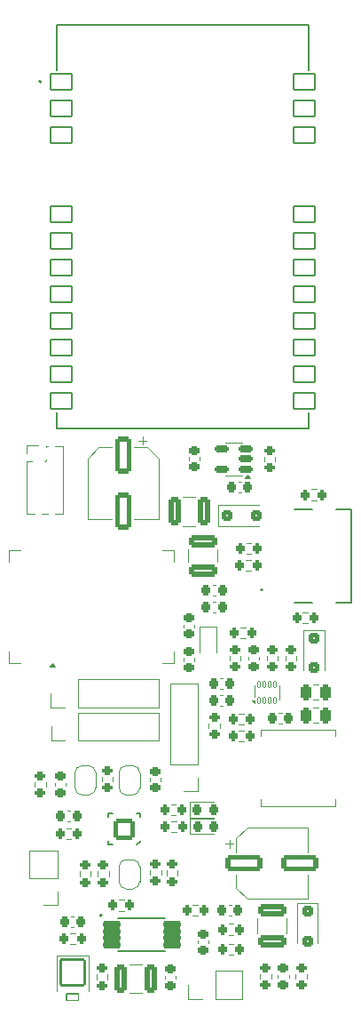
<source format=gbr>
%TF.GenerationSoftware,KiCad,Pcbnew,8.0.4*%
%TF.CreationDate,2024-11-03T02:00:12+08:00*%
%TF.ProjectId,MeshtasticStick,4d657368-7461-4737-9469-63537469636b,rev?*%
%TF.SameCoordinates,Original*%
%TF.FileFunction,Legend,Top*%
%TF.FilePolarity,Positive*%
%FSLAX46Y46*%
G04 Gerber Fmt 4.6, Leading zero omitted, Abs format (unit mm)*
G04 Created by KiCad (PCBNEW 8.0.4) date 2024-11-03 02:00:12*
%MOMM*%
%LPD*%
G01*
G04 APERTURE LIST*
G04 Aperture macros list*
%AMRoundRect*
0 Rectangle with rounded corners*
0 $1 Rounding radius*
0 $2 $3 $4 $5 $6 $7 $8 $9 X,Y pos of 4 corners*
0 Add a 4 corners polygon primitive as box body*
4,1,4,$2,$3,$4,$5,$6,$7,$8,$9,$2,$3,0*
0 Add four circle primitives for the rounded corners*
1,1,$1+$1,$2,$3*
1,1,$1+$1,$4,$5*
1,1,$1+$1,$6,$7*
1,1,$1+$1,$8,$9*
0 Add four rect primitives between the rounded corners*
20,1,$1+$1,$2,$3,$4,$5,0*
20,1,$1+$1,$4,$5,$6,$7,0*
20,1,$1+$1,$6,$7,$8,$9,0*
20,1,$1+$1,$8,$9,$2,$3,0*%
%AMFreePoly0*
4,1,19,0.500000,-0.750000,0.000000,-0.750000,0.000000,-0.744911,-0.071157,-0.744911,-0.207708,-0.704816,-0.327430,-0.627875,-0.420627,-0.520320,-0.479746,-0.390866,-0.500000,-0.250000,-0.500000,0.250000,-0.479746,0.390866,-0.420627,0.520320,-0.327430,0.627875,-0.207708,0.704816,-0.071157,0.744911,0.000000,0.744911,0.000000,0.750000,0.500000,0.750000,0.500000,-0.750000,0.500000,-0.750000,
$1*%
%AMFreePoly1*
4,1,19,0.000000,0.744911,0.071157,0.744911,0.207708,0.704816,0.327430,0.627875,0.420627,0.520320,0.479746,0.390866,0.500000,0.250000,0.500000,-0.250000,0.479746,-0.390866,0.420627,-0.520320,0.327430,-0.627875,0.207708,-0.704816,0.071157,-0.744911,0.000000,-0.744911,0.000000,-0.750000,-0.500000,-0.750000,-0.500000,0.750000,0.000000,0.750000,0.000000,0.744911,0.000000,0.744911,
$1*%
G04 Aperture macros list end*
%ADD10C,0.120000*%
%ADD11C,0.127000*%
%ADD12C,0.200000*%
%ADD13C,0.010000*%
%ADD14RoundRect,0.200000X0.275000X-0.200000X0.275000X0.200000X-0.275000X0.200000X-0.275000X-0.200000X0*%
%ADD15RoundRect,0.225000X0.225000X0.250000X-0.225000X0.250000X-0.225000X-0.250000X0.225000X-0.250000X0*%
%ADD16RoundRect,0.225000X-0.225000X-0.250000X0.225000X-0.250000X0.225000X0.250000X-0.225000X0.250000X0*%
%ADD17RoundRect,0.200000X-0.200000X-0.275000X0.200000X-0.275000X0.200000X0.275000X-0.200000X0.275000X0*%
%ADD18RoundRect,0.225000X0.250000X-0.225000X0.250000X0.225000X-0.250000X0.225000X-0.250000X-0.225000X0*%
%ADD19RoundRect,0.250000X-0.250000X-0.475000X0.250000X-0.475000X0.250000X0.475000X-0.250000X0.475000X0*%
%ADD20RoundRect,0.200000X0.200000X0.275000X-0.200000X0.275000X-0.200000X-0.275000X0.200000X-0.275000X0*%
%ADD21RoundRect,0.050000X0.100000X-0.285000X0.100000X0.285000X-0.100000X0.285000X-0.100000X-0.285000X0*%
%ADD22C,0.600000*%
%ADD23O,2.204000X1.104000*%
%ADD24O,1.904000X1.104000*%
%ADD25RoundRect,0.250000X1.075000X-0.375000X1.075000X0.375000X-1.075000X0.375000X-1.075000X-0.375000X0*%
%ADD26R,1.430000X5.500000*%
%ADD27RoundRect,0.225000X-0.250000X0.225000X-0.250000X-0.225000X0.250000X-0.225000X0.250000X0.225000X0*%
%ADD28RoundRect,0.250000X-1.075000X0.312500X-1.075000X-0.312500X1.075000X-0.312500X1.075000X0.312500X0*%
%ADD29RoundRect,0.250000X-0.300000X0.300000X-0.300000X-0.300000X0.300000X-0.300000X0.300000X0.300000X0*%
%ADD30RoundRect,0.250000X0.375000X1.075000X-0.375000X1.075000X-0.375000X-1.075000X0.375000X-1.075000X0*%
%ADD31R,1.700000X1.700000*%
%ADD32O,1.700000X1.700000*%
%ADD33R,1.000000X1.000000*%
%ADD34O,1.000000X1.000000*%
%ADD35O,1.054000X0.504000*%
%ADD36O,0.504000X1.054000*%
%ADD37RoundRect,0.195400X0.781600X0.781600X-0.781600X0.781600X-0.781600X-0.781600X0.781600X-0.781600X0*%
%ADD38RoundRect,0.102000X1.040000X0.755000X-1.040000X0.755000X-1.040000X-0.755000X1.040000X-0.755000X0*%
%ADD39RoundRect,0.153500X-0.728500X-0.153500X0.728500X-0.153500X0.728500X0.153500X-0.728500X0.153500X0*%
%ADD40RoundRect,0.218750X-0.218750X-0.256250X0.218750X-0.256250X0.218750X0.256250X-0.218750X0.256250X0*%
%ADD41FreePoly0,270.000000*%
%ADD42FreePoly1,270.000000*%
%ADD43RoundRect,0.200000X-0.275000X0.200000X-0.275000X-0.200000X0.275000X-0.200000X0.275000X0.200000X0*%
%ADD44RoundRect,0.250000X-0.300000X-0.300000X0.300000X-0.300000X0.300000X0.300000X-0.300000X0.300000X0*%
%ADD45R,1.100000X0.600000*%
%ADD46RoundRect,0.127000X-1.143000X1.208000X-1.143000X-1.208000X1.143000X-1.208000X1.143000X1.208000X0*%
%ADD47RoundRect,0.076200X-0.558800X0.304800X-0.558800X-0.304800X0.558800X-0.304800X0.558800X0.304800X0*%
%ADD48RoundRect,0.150000X0.512500X0.150000X-0.512500X0.150000X-0.512500X-0.150000X0.512500X-0.150000X0*%
%ADD49R,0.400000X0.600000*%
%ADD50R,0.600000X0.400000*%
%ADD51RoundRect,0.250000X-0.550000X1.500000X-0.550000X-1.500000X0.550000X-1.500000X0.550000X1.500000X0*%
%ADD52RoundRect,0.250000X-1.500000X-0.550000X1.500000X-0.550000X1.500000X0.550000X-1.500000X0.550000X0*%
%ADD53FreePoly0,90.000000*%
%ADD54FreePoly1,90.000000*%
G04 APERTURE END LIST*
D10*
%TO.C,R11*%
X148177500Y-159912258D02*
X148177500Y-159437742D01*
X149222500Y-159912258D02*
X149222500Y-159437742D01*
%TO.C,C6*%
X130415580Y-153990000D02*
X130134420Y-153990000D01*
X130415580Y-155010000D02*
X130134420Y-155010000D01*
%TO.C,C4*%
X143659420Y-122390000D02*
X143940580Y-122390000D01*
X143659420Y-123410000D02*
X143940580Y-123410000D01*
%TO.C,R5*%
X145162742Y-156577500D02*
X145637258Y-156577500D01*
X145162742Y-157622500D02*
X145637258Y-157622500D01*
%TO.C,C3*%
X142195000Y-156540580D02*
X142195000Y-156259420D01*
X143215000Y-156540580D02*
X143215000Y-156259420D01*
%TO.C,C14*%
X128590000Y-141540580D02*
X128590000Y-141259420D01*
X129610000Y-141540580D02*
X129610000Y-141259420D01*
%TO.C,C19*%
X153238748Y-134065000D02*
X153761252Y-134065000D01*
X153238748Y-135535000D02*
X153761252Y-135535000D01*
%TO.C,R16*%
X137677500Y-150012258D02*
X137677500Y-149537742D01*
X138722500Y-150012258D02*
X138722500Y-149537742D01*
%TO.C,C22*%
X139095000Y-159915580D02*
X139095000Y-159634420D01*
X140115000Y-159915580D02*
X140115000Y-159634420D01*
%TO.C,R26*%
X146637258Y-134677500D02*
X146162742Y-134677500D01*
X146637258Y-135722500D02*
X146162742Y-135722500D01*
%TO.C,R2*%
X152262742Y-124977500D02*
X152737258Y-124977500D01*
X152262742Y-126022500D02*
X152737258Y-126022500D01*
%TO.C,C9*%
X140890000Y-126440580D02*
X140890000Y-126159420D01*
X141910000Y-126440580D02*
X141910000Y-126159420D01*
%TO.C,U6*%
X147690000Y-131990000D02*
X147690000Y-133040000D01*
X150010000Y-131990000D02*
X150010000Y-133290000D01*
X147690000Y-133680000D02*
X147410000Y-133400000D01*
X147690000Y-133400000D01*
X147690000Y-133680000D01*
G36*
X147690000Y-133680000D02*
G01*
X147410000Y-133400000D01*
X147690000Y-133400000D01*
X147690000Y-133680000D01*
G37*
D11*
%TO.C,J1*%
X151455000Y-115182400D02*
X153135000Y-115182400D01*
X151455000Y-124122400D02*
X153135000Y-124122400D01*
X156905000Y-115182400D02*
X155475000Y-115182400D01*
X156905000Y-124122400D02*
X155475000Y-124122400D01*
X156905000Y-124122400D02*
X156905000Y-115182400D01*
D12*
X148405000Y-122852400D02*
G75*
G02*
X148205000Y-122852400I-100000J0D01*
G01*
X148205000Y-122852400D02*
G75*
G02*
X148405000Y-122852400I100000J0D01*
G01*
D10*
%TO.C,L1*%
X141340000Y-120202064D02*
X141340000Y-118997936D01*
X144060000Y-120202064D02*
X144060000Y-118997936D01*
%TO.C,R20*%
X142237258Y-152877500D02*
X141762742Y-152877500D01*
X142237258Y-153922500D02*
X141762742Y-153922500D01*
%TO.C,L3*%
X148260000Y-136160000D02*
X148260000Y-136790000D01*
X148260000Y-136160000D02*
X155340000Y-136160000D01*
X148260000Y-143440000D02*
X148260000Y-142810000D01*
X148260000Y-143440000D02*
X155340000Y-143440000D01*
X155340000Y-136160000D02*
X155340000Y-136790000D01*
X155340000Y-143440000D02*
X155340000Y-142810000D01*
%TO.C,R15*%
X133077500Y-141137258D02*
X133077500Y-140662742D01*
X134122500Y-141137258D02*
X134122500Y-140662742D01*
%TO.C,C10*%
X140890000Y-129359420D02*
X140890000Y-129640580D01*
X141910000Y-129359420D02*
X141910000Y-129640580D01*
%TO.C,R8*%
X147945000Y-154138763D02*
X147945000Y-155586237D01*
X150655000Y-154138763D02*
X150655000Y-155586237D01*
%TO.C,R27*%
X146770590Y-126452500D02*
X146296074Y-126452500D01*
X146770590Y-127497500D02*
X146296074Y-127497500D01*
%TO.C,C21*%
X147056666Y-129515580D02*
X147056666Y-129234420D01*
X148076666Y-129515580D02*
X148076666Y-129234420D01*
%TO.C,D3*%
X152300000Y-126690000D02*
X152300000Y-130550000D01*
X154300000Y-126690000D02*
X152300000Y-126690000D01*
X154300000Y-126690000D02*
X154300000Y-130550000D01*
%TO.C,F1*%
X142002064Y-114040000D02*
X140797936Y-114040000D01*
X142002064Y-116760000D02*
X140797936Y-116760000D01*
%TO.C,J4*%
X128220000Y-137220000D02*
X128220000Y-135890000D01*
X129550000Y-137220000D02*
X128220000Y-137220000D01*
X130820000Y-134560000D02*
X138500000Y-134560000D01*
X130820000Y-137220000D02*
X130820000Y-134560000D01*
X130820000Y-137220000D02*
X138500000Y-137220000D01*
X138500000Y-137220000D02*
X138500000Y-134560000D01*
%TO.C,R13*%
X147337258Y-118377500D02*
X146862742Y-118377500D01*
X147337258Y-119422500D02*
X146862742Y-119422500D01*
%TO.C,J2*%
X125870000Y-109095000D02*
X127000000Y-109095000D01*
X125870000Y-109855000D02*
X125870000Y-109095000D01*
X125870000Y-110615000D02*
X125870000Y-115630000D01*
X125870000Y-110615000D02*
X126436529Y-110615000D01*
X125870000Y-115630000D02*
X126692470Y-115630000D01*
X127307530Y-115630000D02*
X127962470Y-115630000D01*
X127563471Y-110615000D02*
X127706529Y-110615000D01*
X127760000Y-109160000D02*
X127962470Y-109160000D01*
X127760000Y-109291529D02*
X127760000Y-109160000D01*
X127760000Y-110561529D02*
X127760000Y-110418471D01*
X128577530Y-109160000D02*
X129400000Y-109160000D01*
X128577530Y-115630000D02*
X129400000Y-115630000D01*
X129400000Y-109160000D02*
X129400000Y-115630000D01*
%TO.C,C17*%
X144640580Y-131290000D02*
X144359420Y-131290000D01*
X144640580Y-132310000D02*
X144359420Y-132310000D01*
%TO.C,R18*%
X139277500Y-150062258D02*
X139277500Y-149587742D01*
X140322500Y-150062258D02*
X140322500Y-149587742D01*
%TO.C,R21*%
X132677500Y-150162258D02*
X132677500Y-149687742D01*
X133722500Y-150162258D02*
X133722500Y-149687742D01*
D11*
%TO.C,U5*%
X133720000Y-144150000D02*
X134070000Y-144150000D01*
X133720000Y-144500000D02*
X133720000Y-144150000D01*
X133720000Y-147150000D02*
X133720000Y-146800000D01*
X134070000Y-147150000D02*
X133720000Y-147150000D01*
X136420000Y-147150000D02*
X136370000Y-147150000D01*
X136720000Y-144150000D02*
X136370000Y-144150000D01*
X136720000Y-144500000D02*
X136720000Y-144150000D01*
X136720000Y-146800000D02*
X136720000Y-146850000D01*
X136720000Y-146850000D02*
X136420000Y-147150000D01*
D10*
%TO.C,C20*%
X153238748Y-131865000D02*
X153761252Y-131865000D01*
X153238748Y-133335000D02*
X153761252Y-133335000D01*
%TO.C,R29*%
X140162258Y-144877500D02*
X139687742Y-144877500D01*
X140162258Y-145922500D02*
X139687742Y-145922500D01*
%TO.C,R23*%
X150577500Y-129612258D02*
X150577500Y-129137742D01*
X151622500Y-129612258D02*
X151622500Y-129137742D01*
D11*
%TO.C,U3*%
X128792200Y-69015000D02*
X128792200Y-73370000D01*
X128792200Y-69015000D02*
X152792200Y-69015000D01*
X128792200Y-107515000D02*
X128792200Y-105980000D01*
X152792200Y-69015000D02*
X152792200Y-73370000D01*
X152792200Y-105980000D02*
X152792200Y-107515000D01*
X152792200Y-107515000D02*
X128792200Y-107515000D01*
D12*
X127277200Y-74445000D02*
G75*
G02*
X127077200Y-74445000I-100000J0D01*
G01*
X127077200Y-74445000D02*
G75*
G02*
X127277200Y-74445000I100000J0D01*
G01*
D10*
%TO.C,R17*%
X130977500Y-150162258D02*
X130977500Y-149687742D01*
X132022500Y-150162258D02*
X132022500Y-149687742D01*
%TO.C,J3*%
X128210000Y-134045000D02*
X128210000Y-132715000D01*
X129540000Y-134045000D02*
X128210000Y-134045000D01*
X130810000Y-131385000D02*
X138490000Y-131385000D01*
X130810000Y-134045000D02*
X130810000Y-131385000D01*
X130810000Y-134045000D02*
X138490000Y-134045000D01*
X138490000Y-134045000D02*
X138490000Y-131385000D01*
D11*
%TO.C,U2*%
X134638402Y-157268402D02*
X139138402Y-157268402D01*
X139138402Y-154168402D02*
X134638402Y-154168402D01*
D12*
X133100205Y-153868402D02*
G75*
G02*
X132876599Y-153868402I-111803J0D01*
G01*
X132876599Y-153868402D02*
G75*
G02*
X133100205Y-153868402I111803J0D01*
G01*
D10*
%TO.C,R30*%
X143277500Y-136037258D02*
X143277500Y-135562742D01*
X144322500Y-136037258D02*
X144322500Y-135562742D01*
%TO.C,R3*%
X153062742Y-113277500D02*
X153537258Y-113277500D01*
X153062742Y-114322500D02*
X153537258Y-114322500D01*
%TO.C,D4*%
X141490000Y-143065000D02*
X141490000Y-144535000D01*
X141490000Y-144535000D02*
X143775000Y-144535000D01*
X143775000Y-143065000D02*
X141490000Y-143065000D01*
%TO.C,R14*%
X129662742Y-145577500D02*
X130137258Y-145577500D01*
X129662742Y-146622500D02*
X130137258Y-146622500D01*
%TO.C,JP2*%
X134700000Y-141700000D02*
X134700000Y-140300000D01*
X135400000Y-139600000D02*
X136000000Y-139600000D01*
X136000000Y-142400000D02*
X135400000Y-142400000D01*
X136700000Y-140300000D02*
X136700000Y-141700000D01*
X134700000Y-140300000D02*
G75*
G02*
X135400000Y-139600000I699999J1D01*
G01*
X135400000Y-142400000D02*
G75*
G02*
X134700000Y-141700000I0J700000D01*
G01*
X136000000Y-139600000D02*
G75*
G02*
X136700000Y-140300000I1J-699999D01*
G01*
X136700000Y-141700000D02*
G75*
G02*
X136000000Y-142400000I-700000J0D01*
G01*
%TO.C,R24*%
X145277500Y-129137742D02*
X145277500Y-129612258D01*
X146322500Y-129137742D02*
X146322500Y-129612258D01*
%TO.C,C2*%
X146365580Y-112590000D02*
X146084420Y-112590000D01*
X146365580Y-113610000D02*
X146084420Y-113610000D01*
%TO.C,R10*%
X151577500Y-159437742D02*
X151577500Y-159912258D01*
X152622500Y-159437742D02*
X152622500Y-159912258D01*
%TO.C,C11*%
X149890000Y-159534420D02*
X149890000Y-159815580D01*
X150910000Y-159534420D02*
X150910000Y-159815580D01*
%TO.C,J6*%
X139570000Y-139470000D02*
X139570000Y-131790000D01*
X142230000Y-131790000D02*
X139570000Y-131790000D01*
X142230000Y-139470000D02*
X139570000Y-139470000D01*
X142230000Y-139470000D02*
X142230000Y-131790000D01*
X142230000Y-140740000D02*
X142230000Y-142070000D01*
X142230000Y-142070000D02*
X140900000Y-142070000D01*
%TO.C,R25*%
X148810832Y-129137742D02*
X148810832Y-129612258D01*
X149855832Y-129137742D02*
X149855832Y-129612258D01*
%TO.C,D1*%
X144190000Y-114800000D02*
X144190000Y-116800000D01*
X144190000Y-114800000D02*
X148050000Y-114800000D01*
X144190000Y-116800000D02*
X148050000Y-116800000D01*
%TO.C,R4*%
X145162742Y-154677500D02*
X145637258Y-154677500D01*
X145162742Y-155722500D02*
X145637258Y-155722500D01*
%TO.C,Y1*%
X142400000Y-126400000D02*
X142400000Y-128800000D01*
X144000000Y-126400000D02*
X142400000Y-126400000D01*
X144000000Y-128800000D02*
X144000000Y-126400000D01*
%TO.C,C15*%
X130040580Y-143890000D02*
X129759420Y-143890000D01*
X130040580Y-144910000D02*
X129759420Y-144910000D01*
%TO.C,R19*%
X126677500Y-141162742D02*
X126677500Y-141637258D01*
X127722500Y-141162742D02*
X127722500Y-141637258D01*
%TO.C,C1*%
X141390000Y-110515580D02*
X141390000Y-110234420D01*
X142410000Y-110515580D02*
X142410000Y-110234420D01*
%TO.C,R1*%
X148577500Y-110637258D02*
X148577500Y-110162742D01*
X149622500Y-110637258D02*
X149622500Y-110162742D01*
%TO.C,L2*%
X136907064Y-158540000D02*
X135702936Y-158540000D01*
X136907064Y-161260000D02*
X135702936Y-161260000D01*
%TO.C,JP3*%
X130500000Y-141700000D02*
X130500000Y-140300000D01*
X131200000Y-139600000D02*
X131800000Y-139600000D01*
X131800000Y-142400000D02*
X131200000Y-142400000D01*
X132500000Y-140300000D02*
X132500000Y-141700000D01*
X130500000Y-140300000D02*
G75*
G02*
X131200000Y-139600000I699999J1D01*
G01*
X131200000Y-142400000D02*
G75*
G02*
X130500000Y-141700000I0J700000D01*
G01*
X131800000Y-139600000D02*
G75*
G02*
X132500000Y-140300000I1J-699999D01*
G01*
X132500000Y-141700000D02*
G75*
G02*
X131800000Y-142400000I-700000J0D01*
G01*
%TO.C,R12*%
X147312258Y-119977500D02*
X146837742Y-119977500D01*
X147312258Y-121022500D02*
X146837742Y-121022500D01*
%TO.C,J5*%
X141295000Y-161830000D02*
X141295000Y-160500000D01*
X142625000Y-161830000D02*
X141295000Y-161830000D01*
X143895000Y-159170000D02*
X146495000Y-159170000D01*
X143895000Y-161830000D02*
X143895000Y-159170000D01*
X143895000Y-161830000D02*
X146495000Y-161830000D01*
X146495000Y-161830000D02*
X146495000Y-159170000D01*
%TO.C,R9*%
X135162258Y-152377500D02*
X134687742Y-152377500D01*
X135162258Y-153422500D02*
X134687742Y-153422500D01*
%TO.C,C13*%
X137666000Y-141080580D02*
X137666000Y-140799420D01*
X138686000Y-141080580D02*
X138686000Y-140799420D01*
%TO.C,R22*%
X146162742Y-136277500D02*
X146637258Y-136277500D01*
X146162742Y-137322500D02*
X146637258Y-137322500D01*
%TO.C,D2*%
X128770000Y-157711500D02*
X128770000Y-161111500D01*
X131830000Y-157711500D02*
X128770000Y-157711500D01*
X131830000Y-157711500D02*
X131830000Y-161111500D01*
%TO.C,R6*%
X132582500Y-159962258D02*
X132582500Y-159487742D01*
X133627500Y-159962258D02*
X133627500Y-159487742D01*
%TO.C,C18*%
X144640580Y-132890000D02*
X144359420Y-132890000D01*
X144640580Y-133910000D02*
X144359420Y-133910000D01*
%TO.C,U1*%
X145662500Y-108840000D02*
X144862500Y-108840000D01*
X145662500Y-108840000D02*
X146462500Y-108840000D01*
X145662500Y-111960000D02*
X144862500Y-111960000D01*
X145662500Y-111960000D02*
X146462500Y-111960000D01*
X147202500Y-112240000D02*
X146722500Y-112240000D01*
X146962500Y-111910000D01*
X147202500Y-112240000D01*
G36*
X147202500Y-112240000D02*
G01*
X146722500Y-112240000D01*
X146962500Y-111910000D01*
X147202500Y-112240000D01*
G37*
%TO.C,C8*%
X145440580Y-152890000D02*
X145159420Y-152890000D01*
X145440580Y-153910000D02*
X145159420Y-153910000D01*
%TO.C,U4*%
X124230000Y-119110000D02*
X125330000Y-119110000D01*
X124230000Y-120210000D02*
X124230000Y-119110000D01*
X124230000Y-128710000D02*
X124230000Y-129810000D01*
X124230000Y-129810000D02*
X125330000Y-129810000D01*
X138830000Y-119110000D02*
X139930000Y-119110000D01*
X138830000Y-129810000D02*
X139930000Y-129810000D01*
X139930000Y-119110000D02*
X139930000Y-120210000D01*
X139930000Y-129810000D02*
X139930000Y-128710000D01*
X128570000Y-130171000D02*
X128090000Y-130171000D01*
X128330000Y-129835000D01*
X128570000Y-130171000D01*
G36*
X128570000Y-130171000D02*
G01*
X128090000Y-130171000D01*
X128330000Y-129835000D01*
X128570000Y-130171000D01*
G37*
%TO.C,C7*%
X131690000Y-110354437D02*
X131690000Y-116110000D01*
X131690000Y-116110000D02*
X134040000Y-116110000D01*
X132754437Y-109290000D02*
X131690000Y-110354437D01*
X132754437Y-109290000D02*
X134040000Y-109290000D01*
X136947500Y-108262500D02*
X136947500Y-109050000D01*
X137341250Y-108656250D02*
X136553750Y-108656250D01*
X137445563Y-109290000D02*
X136160000Y-109290000D01*
X137445563Y-109290000D02*
X138510000Y-110354437D01*
X138510000Y-110354437D02*
X138510000Y-116110000D01*
X138510000Y-116110000D02*
X136160000Y-116110000D01*
%TO.C,C5*%
X143659420Y-123990000D02*
X143940580Y-123990000D01*
X143659420Y-125010000D02*
X143940580Y-125010000D01*
%TO.C,D5*%
X141502500Y-144665000D02*
X141502500Y-146135000D01*
X141502500Y-146135000D02*
X143787500Y-146135000D01*
X143787500Y-144665000D02*
X141502500Y-144665000D01*
%TO.C,BT1*%
X126170000Y-150305000D02*
X126170000Y-147705000D01*
X128830000Y-147705000D02*
X126170000Y-147705000D01*
X128830000Y-150305000D02*
X126170000Y-150305000D01*
X128830000Y-150305000D02*
X128830000Y-147705000D01*
X128830000Y-151575000D02*
X128830000Y-152905000D01*
X128830000Y-152905000D02*
X127500000Y-152905000D01*
%TO.C,C12*%
X144862500Y-147052500D02*
X145650000Y-147052500D01*
X145256250Y-146658750D02*
X145256250Y-147446250D01*
X145890000Y-146554437D02*
X145890000Y-147840000D01*
X145890000Y-146554437D02*
X146954437Y-145490000D01*
X145890000Y-151245563D02*
X145890000Y-149960000D01*
X145890000Y-151245563D02*
X146954437Y-152310000D01*
X146954437Y-145490000D02*
X152710000Y-145490000D01*
X146954437Y-152310000D02*
X152710000Y-152310000D01*
X152710000Y-145490000D02*
X152710000Y-147840000D01*
X152710000Y-152310000D02*
X152710000Y-149960000D01*
%TO.C,D6*%
X151700000Y-152690000D02*
X151700000Y-156550000D01*
X153700000Y-152690000D02*
X151700000Y-152690000D01*
X153700000Y-152690000D02*
X153700000Y-156550000D01*
%TO.C,C16*%
X150240580Y-134590000D02*
X149959420Y-134590000D01*
X150240580Y-135610000D02*
X149959420Y-135610000D01*
%TO.C,R28*%
X140137258Y-143277500D02*
X139662742Y-143277500D01*
X140137258Y-144322500D02*
X139662742Y-144322500D01*
%TO.C,JP4*%
X134700000Y-150650000D02*
X134700000Y-149250000D01*
X135400000Y-148550000D02*
X136000000Y-148550000D01*
X136000000Y-151350000D02*
X135400000Y-151350000D01*
X136700000Y-149250000D02*
X136700000Y-150650000D01*
X134700000Y-149250000D02*
G75*
G02*
X135400000Y-148550000I700000J0D01*
G01*
X135400000Y-151350000D02*
G75*
G02*
X134700000Y-150650000I-1J699999D01*
G01*
X136000000Y-148550000D02*
G75*
G02*
X136700000Y-149250000I0J-700000D01*
G01*
X136700000Y-150650000D02*
G75*
G02*
X136000000Y-151350000I-699999J-1D01*
G01*
%TO.C,R7*%
X130537258Y-155577500D02*
X130062742Y-155577500D01*
X130537258Y-156622500D02*
X130062742Y-156622500D01*
%TD*%
%LPC*%
D13*
%TO.C,J1*%
X150175000Y-116802400D02*
X148935000Y-116802400D01*
X148935000Y-116102400D01*
X150175000Y-116102400D01*
X150175000Y-116802400D01*
G36*
X150175000Y-116802400D02*
G01*
X148935000Y-116802400D01*
X148935000Y-116102400D01*
X150175000Y-116102400D01*
X150175000Y-116802400D01*
G37*
X150175000Y-117602400D02*
X148935000Y-117602400D01*
X148935000Y-116902400D01*
X150175000Y-116902400D01*
X150175000Y-117602400D01*
G36*
X150175000Y-117602400D02*
G01*
X148935000Y-117602400D01*
X148935000Y-116902400D01*
X150175000Y-116902400D01*
X150175000Y-117602400D01*
G37*
X150175000Y-118102400D02*
X148935000Y-118102400D01*
X148935000Y-117702400D01*
X150175000Y-117702400D01*
X150175000Y-118102400D01*
G36*
X150175000Y-118102400D02*
G01*
X148935000Y-118102400D01*
X148935000Y-117702400D01*
X150175000Y-117702400D01*
X150175000Y-118102400D01*
G37*
X150175000Y-118602400D02*
X148935000Y-118602400D01*
X148935000Y-118202400D01*
X150175000Y-118202400D01*
X150175000Y-118602400D01*
G36*
X150175000Y-118602400D02*
G01*
X148935000Y-118602400D01*
X148935000Y-118202400D01*
X150175000Y-118202400D01*
X150175000Y-118602400D01*
G37*
X150175000Y-119102400D02*
X148935000Y-119102400D01*
X148935000Y-118702400D01*
X150175000Y-118702400D01*
X150175000Y-119102400D01*
G36*
X150175000Y-119102400D02*
G01*
X148935000Y-119102400D01*
X148935000Y-118702400D01*
X150175000Y-118702400D01*
X150175000Y-119102400D01*
G37*
X150175000Y-119602400D02*
X148935000Y-119602400D01*
X148935000Y-119202400D01*
X150175000Y-119202400D01*
X150175000Y-119602400D01*
G36*
X150175000Y-119602400D02*
G01*
X148935000Y-119602400D01*
X148935000Y-119202400D01*
X150175000Y-119202400D01*
X150175000Y-119602400D01*
G37*
X150175000Y-120102400D02*
X148935000Y-120102400D01*
X148935000Y-119702400D01*
X150175000Y-119702400D01*
X150175000Y-120102400D01*
G36*
X150175000Y-120102400D02*
G01*
X148935000Y-120102400D01*
X148935000Y-119702400D01*
X150175000Y-119702400D01*
X150175000Y-120102400D01*
G37*
X150175000Y-120602400D02*
X148935000Y-120602400D01*
X148935000Y-120202400D01*
X150175000Y-120202400D01*
X150175000Y-120602400D01*
G36*
X150175000Y-120602400D02*
G01*
X148935000Y-120602400D01*
X148935000Y-120202400D01*
X150175000Y-120202400D01*
X150175000Y-120602400D01*
G37*
X150175000Y-121102400D02*
X148935000Y-121102400D01*
X148935000Y-120702400D01*
X150175000Y-120702400D01*
X150175000Y-121102400D01*
G36*
X150175000Y-121102400D02*
G01*
X148935000Y-121102400D01*
X148935000Y-120702400D01*
X150175000Y-120702400D01*
X150175000Y-121102400D01*
G37*
X150175000Y-121602400D02*
X148935000Y-121602400D01*
X148935000Y-121202400D01*
X150175000Y-121202400D01*
X150175000Y-121602400D01*
G36*
X150175000Y-121602400D02*
G01*
X148935000Y-121602400D01*
X148935000Y-121202400D01*
X150175000Y-121202400D01*
X150175000Y-121602400D01*
G37*
X150175000Y-122402400D02*
X148935000Y-122402400D01*
X148935000Y-121702400D01*
X150175000Y-121702400D01*
X150175000Y-122402400D01*
G36*
X150175000Y-122402400D02*
G01*
X148935000Y-122402400D01*
X148935000Y-121702400D01*
X150175000Y-121702400D01*
X150175000Y-122402400D01*
G37*
X150175000Y-123202400D02*
X148935000Y-123202400D01*
X148935000Y-122502400D01*
X150175000Y-122502400D01*
X150175000Y-123202400D01*
G36*
X150175000Y-123202400D02*
G01*
X148935000Y-123202400D01*
X148935000Y-122502400D01*
X150175000Y-122502400D01*
X150175000Y-123202400D01*
G37*
%TD*%
D14*
%TO.C,R11*%
X148700000Y-160500000D03*
X148700000Y-158850000D03*
%TD*%
D15*
%TO.C,C6*%
X131050000Y-154500000D03*
X129500000Y-154500000D03*
%TD*%
D16*
%TO.C,C4*%
X143025000Y-122900000D03*
X144575000Y-122900000D03*
%TD*%
D17*
%TO.C,R5*%
X144575000Y-157100000D03*
X146225000Y-157100000D03*
%TD*%
D18*
%TO.C,C3*%
X142705000Y-157175000D03*
X142705000Y-155625000D03*
%TD*%
%TO.C,C14*%
X129100000Y-142175000D03*
X129100000Y-140625000D03*
%TD*%
D19*
%TO.C,C19*%
X152550000Y-134800000D03*
X154450000Y-134800000D03*
%TD*%
D14*
%TO.C,R16*%
X138200000Y-150600000D03*
X138200000Y-148950000D03*
%TD*%
D18*
%TO.C,C22*%
X139605000Y-160550000D03*
X139605000Y-159000000D03*
%TD*%
D20*
%TO.C,R26*%
X147225000Y-135200000D03*
X145575000Y-135200000D03*
%TD*%
D17*
%TO.C,R2*%
X151675000Y-125500000D03*
X153325000Y-125500000D03*
%TD*%
D18*
%TO.C,C9*%
X141400000Y-127075000D03*
X141400000Y-125525000D03*
%TD*%
D21*
%TO.C,U6*%
X148100000Y-133380000D03*
X148600000Y-133380000D03*
X149100000Y-133380000D03*
X149600000Y-133380000D03*
X149600000Y-131900000D03*
X149100000Y-131900000D03*
X148600000Y-131900000D03*
X148100000Y-131900000D03*
%TD*%
D22*
%TO.C,J1*%
X150625000Y-122542400D03*
X150625000Y-116762400D03*
D23*
X150135000Y-123977400D03*
X150135000Y-115327400D03*
D24*
X154305000Y-123977400D03*
X154305000Y-115327400D03*
%TD*%
D25*
%TO.C,L1*%
X142700000Y-121000000D03*
X142700000Y-118200000D03*
%TD*%
D20*
%TO.C,R20*%
X142825000Y-153400000D03*
X141175000Y-153400000D03*
%TD*%
D26*
%TO.C,L3*%
X149780000Y-139800000D03*
X153820000Y-139800000D03*
%TD*%
D14*
%TO.C,R15*%
X133600000Y-141725000D03*
X133600000Y-140075000D03*
%TD*%
D27*
%TO.C,C10*%
X141400000Y-128725000D03*
X141400000Y-130275000D03*
%TD*%
D28*
%TO.C,R8*%
X149300000Y-153400000D03*
X149300000Y-156325000D03*
%TD*%
D20*
%TO.C,R27*%
X147358332Y-126975000D03*
X145708332Y-126975000D03*
%TD*%
D18*
%TO.C,C21*%
X147566666Y-130150000D03*
X147566666Y-128600000D03*
%TD*%
D29*
%TO.C,D3*%
X153300000Y-127500000D03*
X153300000Y-130300000D03*
%TD*%
D30*
%TO.C,F1*%
X142800000Y-115400000D03*
X140000000Y-115400000D03*
%TD*%
D31*
%TO.C,J4*%
X129550000Y-135890000D03*
D32*
X132090000Y-135890000D03*
X134630000Y-135890000D03*
X137170000Y-135890000D03*
%TD*%
D20*
%TO.C,R13*%
X147925000Y-118900000D03*
X146275000Y-118900000D03*
%TD*%
D33*
%TO.C,J2*%
X127000000Y-109855000D03*
D34*
X128270000Y-109855000D03*
X127000000Y-111125000D03*
X128270000Y-111125000D03*
X127000000Y-112395000D03*
X128270000Y-112395000D03*
X127000000Y-113665000D03*
X128270000Y-113665000D03*
X127000000Y-114935000D03*
X128270000Y-114935000D03*
%TD*%
D15*
%TO.C,C17*%
X145275000Y-131800000D03*
X143725000Y-131800000D03*
%TD*%
D14*
%TO.C,R18*%
X139800000Y-150650000D03*
X139800000Y-149000000D03*
%TD*%
%TO.C,R21*%
X133200000Y-150750000D03*
X133200000Y-149100000D03*
%TD*%
D35*
%TO.C,U5*%
X136700000Y-146400000D03*
X136700000Y-145900000D03*
X136700000Y-145400000D03*
X136700000Y-144900000D03*
D36*
X135970000Y-144170000D03*
X135470000Y-144170000D03*
X134970000Y-144170000D03*
X134470000Y-144170000D03*
D35*
X133740000Y-144900000D03*
X133740000Y-145400000D03*
X133740000Y-145900000D03*
X133740000Y-146400000D03*
D36*
X134470000Y-147130000D03*
X134970000Y-147130000D03*
X135470000Y-147130000D03*
X135970000Y-147130000D03*
D37*
X135220000Y-145650000D03*
%TD*%
D19*
%TO.C,C20*%
X152550000Y-132600000D03*
X154450000Y-132600000D03*
%TD*%
D20*
%TO.C,R29*%
X140750000Y-145400000D03*
X139100000Y-145400000D03*
%TD*%
D14*
%TO.C,R23*%
X151100000Y-130200000D03*
X151100000Y-128550000D03*
%TD*%
D38*
%TO.C,U3*%
X129217200Y-74445000D03*
X129217200Y-76985000D03*
X129217200Y-79525000D03*
X129217200Y-87125000D03*
X129217200Y-89665000D03*
X129217200Y-92205000D03*
X129217200Y-94745000D03*
X129217200Y-97285000D03*
X129217200Y-99825000D03*
X129217200Y-102365000D03*
X129217200Y-104905000D03*
X152367200Y-104905000D03*
X152367200Y-102365000D03*
X152367200Y-99825000D03*
X152367200Y-97285000D03*
X152367200Y-94745000D03*
X152367200Y-92205000D03*
X152367200Y-89665000D03*
X152367200Y-87125000D03*
X152367200Y-79525000D03*
X152367200Y-76985000D03*
X152367200Y-74445000D03*
%TD*%
D14*
%TO.C,R17*%
X131500000Y-150750000D03*
X131500000Y-149100000D03*
%TD*%
D31*
%TO.C,J3*%
X129540000Y-132715000D03*
D32*
X132080000Y-132715000D03*
X134620000Y-132715000D03*
X137160000Y-132715000D03*
%TD*%
D39*
%TO.C,U2*%
X134008402Y-154743402D03*
X134008402Y-155393402D03*
X134008402Y-156043402D03*
X134008402Y-156693402D03*
X139768402Y-156693402D03*
X139768402Y-156043402D03*
X139768402Y-155393402D03*
X139768402Y-154743402D03*
%TD*%
D14*
%TO.C,R30*%
X143800000Y-136625000D03*
X143800000Y-134975000D03*
%TD*%
D17*
%TO.C,R3*%
X152475000Y-113800000D03*
X154125000Y-113800000D03*
%TD*%
D40*
%TO.C,D4*%
X142187500Y-143800000D03*
X143762500Y-143800000D03*
%TD*%
D17*
%TO.C,R14*%
X129075000Y-146100000D03*
X130725000Y-146100000D03*
%TD*%
D41*
%TO.C,JP2*%
X135700000Y-140350000D03*
D42*
X135700000Y-141650000D03*
%TD*%
D43*
%TO.C,R24*%
X145800000Y-128550000D03*
X145800000Y-130200000D03*
%TD*%
D15*
%TO.C,C2*%
X147000000Y-113100000D03*
X145450000Y-113100000D03*
%TD*%
D43*
%TO.C,R10*%
X152100000Y-158850000D03*
X152100000Y-160500000D03*
%TD*%
D27*
%TO.C,C11*%
X150400000Y-158900000D03*
X150400000Y-160450000D03*
%TD*%
D31*
%TO.C,J6*%
X140900000Y-140740000D03*
D32*
X140900000Y-138200000D03*
X140900000Y-135660000D03*
X140900000Y-133120000D03*
%TD*%
D43*
%TO.C,R25*%
X149333332Y-128550000D03*
X149333332Y-130200000D03*
%TD*%
D44*
%TO.C,D1*%
X145000000Y-115800000D03*
X147800000Y-115800000D03*
%TD*%
D17*
%TO.C,R4*%
X144575000Y-155200000D03*
X146225000Y-155200000D03*
%TD*%
D45*
%TO.C,Y1*%
X143200000Y-126900000D03*
X143200000Y-128300000D03*
%TD*%
D15*
%TO.C,C15*%
X130675000Y-144400000D03*
X129125000Y-144400000D03*
%TD*%
D43*
%TO.C,R19*%
X127200000Y-140575000D03*
X127200000Y-142225000D03*
%TD*%
D18*
%TO.C,C1*%
X141900000Y-111150000D03*
X141900000Y-109600000D03*
%TD*%
D14*
%TO.C,R1*%
X149100000Y-111225000D03*
X149100000Y-109575000D03*
%TD*%
D30*
%TO.C,L2*%
X137705000Y-159900000D03*
X134905000Y-159900000D03*
%TD*%
D41*
%TO.C,JP3*%
X131500000Y-140350000D03*
D42*
X131500000Y-141650000D03*
%TD*%
D20*
%TO.C,R12*%
X147900000Y-120500000D03*
X146250000Y-120500000D03*
%TD*%
D31*
%TO.C,J5*%
X142625000Y-160500000D03*
D32*
X145165000Y-160500000D03*
%TD*%
D20*
%TO.C,R9*%
X135750000Y-152900000D03*
X134100000Y-152900000D03*
%TD*%
D18*
%TO.C,C13*%
X138176000Y-141715000D03*
X138176000Y-140165000D03*
%TD*%
D17*
%TO.C,R22*%
X145575000Y-136800000D03*
X147225000Y-136800000D03*
%TD*%
D46*
%TO.C,D2*%
X130300000Y-159303000D03*
D47*
X130300000Y-161654000D03*
%TD*%
D14*
%TO.C,R6*%
X133105000Y-160550000D03*
X133105000Y-158900000D03*
%TD*%
D15*
%TO.C,C18*%
X145275000Y-133400000D03*
X143725000Y-133400000D03*
%TD*%
D48*
%TO.C,U1*%
X146800000Y-111350000D03*
X146800000Y-110400000D03*
X146800000Y-109450000D03*
X144525000Y-109450000D03*
X144525000Y-111350000D03*
%TD*%
D15*
%TO.C,C8*%
X146075000Y-153400000D03*
X144525000Y-153400000D03*
%TD*%
D49*
%TO.C,U4*%
X128330000Y-129110000D03*
X129430000Y-129110000D03*
X130230000Y-129110000D03*
X131830000Y-129110000D03*
X132230000Y-128210000D03*
X132630000Y-129110000D03*
X133030000Y-128210000D03*
X133430000Y-129110000D03*
X133830000Y-128210000D03*
X134230000Y-129110000D03*
X134630000Y-128210000D03*
X135030000Y-129110000D03*
X135430000Y-128210000D03*
X135830000Y-129110000D03*
D50*
X139230000Y-129260000D03*
X139230000Y-128460000D03*
X139230000Y-127660000D03*
X139230000Y-126860000D03*
X138330000Y-126460000D03*
X139230000Y-126060000D03*
X138330000Y-125660000D03*
X139230000Y-125260000D03*
X138330000Y-124860000D03*
X139230000Y-124460000D03*
X138330000Y-124060000D03*
X139230000Y-123660000D03*
X138330000Y-123260000D03*
X139230000Y-122860000D03*
X138330000Y-122460000D03*
X139230000Y-122060000D03*
X139230000Y-121260000D03*
X139230000Y-120460000D03*
X139230000Y-119660000D03*
D49*
X138230000Y-119810000D03*
X137430000Y-119810000D03*
X137030000Y-120710000D03*
X136630000Y-119810000D03*
X136230000Y-120710000D03*
X135830000Y-119810000D03*
X135430000Y-120710000D03*
X135030000Y-119810000D03*
X134630000Y-120710000D03*
X133830000Y-120710000D03*
X133430000Y-119810000D03*
X133030000Y-120710000D03*
X132630000Y-119810000D03*
X132230000Y-120710000D03*
X131830000Y-119810000D03*
X131430000Y-120710000D03*
X130630000Y-120710000D03*
X130230000Y-119810000D03*
X129830000Y-120710000D03*
X129430000Y-119810000D03*
X129030000Y-120710000D03*
X128330000Y-119810000D03*
D50*
X132630000Y-126460000D03*
X132630000Y-125660000D03*
X132630000Y-124860000D03*
X132630000Y-124060000D03*
X132630000Y-123260000D03*
X132630000Y-122460000D03*
%TD*%
D51*
%TO.C,C7*%
X135100000Y-110000000D03*
X135100000Y-115400000D03*
%TD*%
D16*
%TO.C,C5*%
X143025000Y-124500000D03*
X144575000Y-124500000D03*
%TD*%
D40*
%TO.C,D5*%
X142200000Y-145400000D03*
X143775000Y-145400000D03*
%TD*%
D31*
%TO.C,BT1*%
X127500000Y-151575000D03*
D32*
X127500000Y-149035000D03*
%TD*%
D52*
%TO.C,C12*%
X146600000Y-148900000D03*
X152000000Y-148900000D03*
%TD*%
D29*
%TO.C,D6*%
X152700000Y-153500000D03*
X152700000Y-156300000D03*
%TD*%
D15*
%TO.C,C16*%
X150875000Y-135100000D03*
X149325000Y-135100000D03*
%TD*%
D20*
%TO.C,R28*%
X140725000Y-143800000D03*
X139075000Y-143800000D03*
%TD*%
D53*
%TO.C,JP4*%
X135700000Y-150600000D03*
D54*
X135700000Y-149300000D03*
%TD*%
D20*
%TO.C,R7*%
X131125000Y-156100000D03*
X129475000Y-156100000D03*
%TD*%
%LPD*%
M02*

</source>
